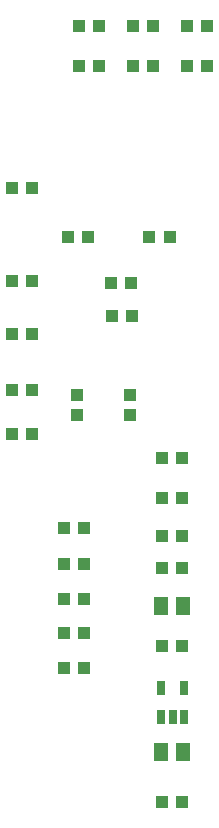
<source format=gbr>
G04 EAGLE Gerber RS-274X export*
G75*
%MOMM*%
%FSLAX34Y34*%
%LPD*%
%INSolderpaste Bottom*%
%IPPOS*%
%AMOC8*
5,1,8,0,0,1.08239X$1,22.5*%
G01*
%ADD10R,1.100000X1.000000*%
%ADD11R,1.000000X1.100000*%
%ADD12R,1.300000X1.500000*%
%ADD13C,0.080400*%


D10*
X130566Y606965D03*
X147566Y606965D03*
X147530Y528032D03*
X130530Y528032D03*
X147530Y483089D03*
X130530Y483089D03*
X215232Y498202D03*
X232232Y498202D03*
D11*
X185621Y414324D03*
X185621Y431324D03*
X230847Y414324D03*
X230847Y431324D03*
D10*
X257770Y218968D03*
X274770Y218968D03*
X187699Y744315D03*
X204699Y744315D03*
X233333Y744315D03*
X250333Y744315D03*
X295967Y744315D03*
X278967Y744315D03*
X175136Y258505D03*
X192136Y258505D03*
X147530Y435761D03*
X130530Y435761D03*
X192136Y318805D03*
X175136Y318805D03*
D12*
X256770Y128866D03*
X275770Y128866D03*
X256770Y252699D03*
X275770Y252699D03*
D10*
X257770Y86585D03*
X274770Y86585D03*
X192136Y229977D03*
X175136Y229977D03*
X214930Y526360D03*
X231930Y526360D03*
D11*
X247164Y565225D03*
X264164Y565225D03*
X274770Y312167D03*
X257770Y312167D03*
X257770Y344140D03*
X274770Y344140D03*
X250333Y709626D03*
X233333Y709626D03*
X278967Y709626D03*
X295967Y709626D03*
X192136Y288805D03*
X175136Y288805D03*
X257770Y378378D03*
X274770Y378378D03*
X175136Y200379D03*
X192136Y200379D03*
X194966Y565225D03*
X177966Y565225D03*
X147530Y398726D03*
X130530Y398726D03*
X204699Y709626D03*
X187699Y709626D03*
X274770Y284939D03*
X257770Y284939D03*
D13*
X272722Y164561D02*
X278618Y164561D01*
X278618Y153665D01*
X272722Y153665D01*
X272722Y164561D01*
X272722Y154429D02*
X278618Y154429D01*
X278618Y155193D02*
X272722Y155193D01*
X272722Y155957D02*
X278618Y155957D01*
X278618Y156721D02*
X272722Y156721D01*
X272722Y157485D02*
X278618Y157485D01*
X278618Y158249D02*
X272722Y158249D01*
X272722Y159013D02*
X278618Y159013D01*
X278618Y159777D02*
X272722Y159777D01*
X272722Y160541D02*
X278618Y160541D01*
X278618Y161305D02*
X272722Y161305D01*
X272722Y162069D02*
X278618Y162069D01*
X278618Y162833D02*
X272722Y162833D01*
X272722Y163597D02*
X278618Y163597D01*
X278618Y164361D02*
X272722Y164361D01*
X269218Y164561D02*
X263322Y164561D01*
X269218Y164561D02*
X269218Y153665D01*
X263322Y153665D01*
X263322Y164561D01*
X263322Y154429D02*
X269218Y154429D01*
X269218Y155193D02*
X263322Y155193D01*
X263322Y155957D02*
X269218Y155957D01*
X269218Y156721D02*
X263322Y156721D01*
X263322Y157485D02*
X269218Y157485D01*
X269218Y158249D02*
X263322Y158249D01*
X263322Y159013D02*
X269218Y159013D01*
X269218Y159777D02*
X263322Y159777D01*
X263322Y160541D02*
X269218Y160541D01*
X269218Y161305D02*
X263322Y161305D01*
X263322Y162069D02*
X269218Y162069D01*
X269218Y162833D02*
X263322Y162833D01*
X263322Y163597D02*
X269218Y163597D01*
X269218Y164361D02*
X263322Y164361D01*
X259818Y164561D02*
X253922Y164561D01*
X259818Y164561D02*
X259818Y153665D01*
X253922Y153665D01*
X253922Y164561D01*
X253922Y154429D02*
X259818Y154429D01*
X259818Y155193D02*
X253922Y155193D01*
X253922Y155957D02*
X259818Y155957D01*
X259818Y156721D02*
X253922Y156721D01*
X253922Y157485D02*
X259818Y157485D01*
X259818Y158249D02*
X253922Y158249D01*
X253922Y159013D02*
X259818Y159013D01*
X259818Y159777D02*
X253922Y159777D01*
X253922Y160541D02*
X259818Y160541D01*
X259818Y161305D02*
X253922Y161305D01*
X253922Y162069D02*
X259818Y162069D01*
X259818Y162833D02*
X253922Y162833D01*
X253922Y163597D02*
X259818Y163597D01*
X259818Y164361D02*
X253922Y164361D01*
X253922Y188961D02*
X259818Y188961D01*
X259818Y178065D01*
X253922Y178065D01*
X253922Y188961D01*
X253922Y178829D02*
X259818Y178829D01*
X259818Y179593D02*
X253922Y179593D01*
X253922Y180357D02*
X259818Y180357D01*
X259818Y181121D02*
X253922Y181121D01*
X253922Y181885D02*
X259818Y181885D01*
X259818Y182649D02*
X253922Y182649D01*
X253922Y183413D02*
X259818Y183413D01*
X259818Y184177D02*
X253922Y184177D01*
X253922Y184941D02*
X259818Y184941D01*
X259818Y185705D02*
X253922Y185705D01*
X253922Y186469D02*
X259818Y186469D01*
X259818Y187233D02*
X253922Y187233D01*
X253922Y187997D02*
X259818Y187997D01*
X259818Y188761D02*
X253922Y188761D01*
X272722Y188961D02*
X278618Y188961D01*
X278618Y178065D01*
X272722Y178065D01*
X272722Y188961D01*
X272722Y178829D02*
X278618Y178829D01*
X278618Y179593D02*
X272722Y179593D01*
X272722Y180357D02*
X278618Y180357D01*
X278618Y181121D02*
X272722Y181121D01*
X272722Y181885D02*
X278618Y181885D01*
X278618Y182649D02*
X272722Y182649D01*
X272722Y183413D02*
X278618Y183413D01*
X278618Y184177D02*
X272722Y184177D01*
X272722Y184941D02*
X278618Y184941D01*
X278618Y185705D02*
X272722Y185705D01*
X272722Y186469D02*
X278618Y186469D01*
X278618Y187233D02*
X272722Y187233D01*
X272722Y187997D02*
X278618Y187997D01*
X278618Y188761D02*
X272722Y188761D01*
M02*

</source>
